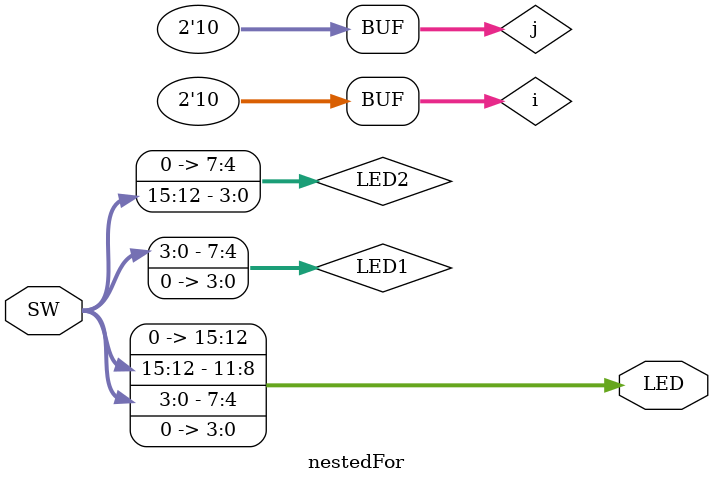
<source format=sv>

module nestedFor(
    input [15:0] SW,
	output [15:0] LED
);

reg [1:0] i;
reg [1:0] j;
reg [7:0] LED1;
reg [7:0] LED2;
assign LED = {LED2,LED1};
always_comb begin
    LED1 = SW[7:0];
    LED2 = SW[15:8];
	for (i = 0; i < 2; i = i + 1) begin
		LED1 = LED1 << 2;
		for (j = 0; j < 2; j = j + 1) LED2 = LED2 >> 1;
	end
end
endmodule
</source>
